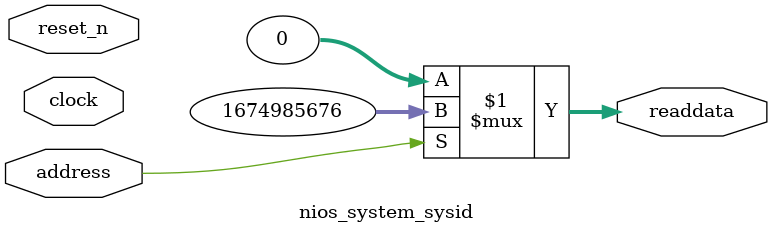
<source format=v>

`timescale 1ns / 1ps
// synthesis translate_on

// turn off superfluous verilog processor warnings 
// altera message_level Level1 
// altera message_off 10034 10035 10036 10037 10230 10240 10030 

module nios_system_sysid (
               // inputs:
                address,
                clock,
                reset_n,

               // outputs:
                readdata
             )
;

  output  [ 31: 0] readdata;
  input            address;
  input            clock;
  input            reset_n;

  wire    [ 31: 0] readdata;
  //control_slave, which is an e_avalon_slave
  assign readdata = address ? 1674985676 : 0;

endmodule




</source>
